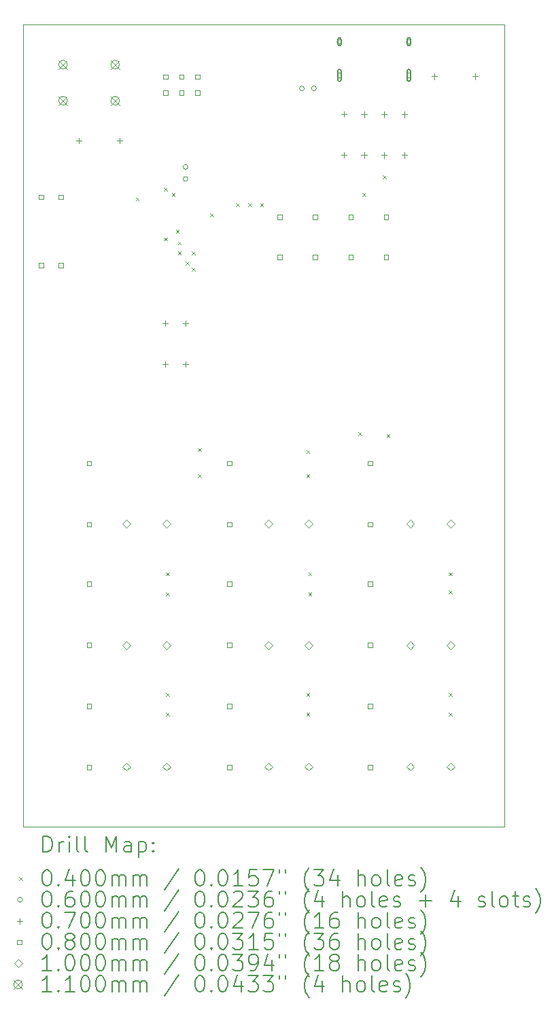
<source format=gbr>
%FSLAX45Y45*%
G04 Gerber Fmt 4.5, Leading zero omitted, Abs format (unit mm)*
G04 Created by KiCad (PCBNEW (6.0.5)) date 2022-08-13 18:20:02*
%MOMM*%
%LPD*%
G01*
G04 APERTURE LIST*
%TA.AperFunction,Profile*%
%ADD10C,0.100000*%
%TD*%
%ADD11C,0.200000*%
%ADD12C,0.040000*%
%ADD13C,0.060000*%
%ADD14C,0.070000*%
%ADD15C,0.080000*%
%ADD16C,0.100000*%
%ADD17C,0.110000*%
G04 APERTURE END LIST*
D10*
X9525000Y-2000000D02*
X3525000Y-2000000D01*
X9525000Y-12000000D02*
X9525000Y-2000000D01*
X3525000Y-2000000D02*
X3525000Y-12000000D01*
X3525000Y-12000000D02*
X9525000Y-12000000D01*
D11*
D12*
X4930000Y-4155000D02*
X4970000Y-4195000D01*
X4970000Y-4155000D02*
X4930000Y-4195000D01*
X5280000Y-4030000D02*
X5320000Y-4070000D01*
X5320000Y-4030000D02*
X5280000Y-4070000D01*
X5280000Y-4655000D02*
X5320000Y-4695000D01*
X5320000Y-4655000D02*
X5280000Y-4695000D01*
X5305000Y-8830000D02*
X5345000Y-8870000D01*
X5345000Y-8830000D02*
X5305000Y-8870000D01*
X5305000Y-9080000D02*
X5345000Y-9120000D01*
X5345000Y-9080000D02*
X5305000Y-9120000D01*
X5305000Y-10330000D02*
X5345000Y-10370000D01*
X5345000Y-10330000D02*
X5305000Y-10370000D01*
X5305000Y-10580000D02*
X5345000Y-10620000D01*
X5345000Y-10580000D02*
X5305000Y-10620000D01*
X5380000Y-4099950D02*
X5420000Y-4139950D01*
X5420000Y-4099950D02*
X5380000Y-4139950D01*
X5430000Y-4555000D02*
X5470000Y-4595000D01*
X5470000Y-4555000D02*
X5430000Y-4595000D01*
X5455000Y-4705000D02*
X5495000Y-4745000D01*
X5495000Y-4705000D02*
X5455000Y-4745000D01*
X5455000Y-4830000D02*
X5495000Y-4870000D01*
X5495000Y-4830000D02*
X5455000Y-4870000D01*
X5555000Y-4955000D02*
X5595000Y-4995000D01*
X5595000Y-4955000D02*
X5555000Y-4995000D01*
X5630000Y-4830000D02*
X5670000Y-4870000D01*
X5670000Y-4830000D02*
X5630000Y-4870000D01*
X5630000Y-5030000D02*
X5670000Y-5070000D01*
X5670000Y-5030000D02*
X5630000Y-5070000D01*
X5705000Y-7280000D02*
X5745000Y-7320000D01*
X5745000Y-7280000D02*
X5705000Y-7320000D01*
X5705000Y-7605000D02*
X5745000Y-7645000D01*
X5745000Y-7605000D02*
X5705000Y-7645000D01*
X5855000Y-4355000D02*
X5895000Y-4395000D01*
X5895000Y-4355000D02*
X5855000Y-4395000D01*
X6180000Y-4230000D02*
X6220000Y-4270000D01*
X6220000Y-4230000D02*
X6180000Y-4270000D01*
X6330000Y-4230000D02*
X6370000Y-4270000D01*
X6370000Y-4230000D02*
X6330000Y-4270000D01*
X6480000Y-4230000D02*
X6520000Y-4270000D01*
X6520000Y-4230000D02*
X6480000Y-4270000D01*
X7055000Y-7305000D02*
X7095000Y-7345000D01*
X7095000Y-7305000D02*
X7055000Y-7345000D01*
X7055000Y-7605000D02*
X7095000Y-7645000D01*
X7095000Y-7605000D02*
X7055000Y-7645000D01*
X7055000Y-10330000D02*
X7095000Y-10370000D01*
X7095000Y-10330000D02*
X7055000Y-10370000D01*
X7055000Y-10580000D02*
X7095000Y-10620000D01*
X7095000Y-10580000D02*
X7055000Y-10620000D01*
X7080000Y-8830000D02*
X7120000Y-8870000D01*
X7120000Y-8830000D02*
X7080000Y-8870000D01*
X7080000Y-9080000D02*
X7120000Y-9120000D01*
X7120000Y-9080000D02*
X7080000Y-9120000D01*
X7705000Y-7080000D02*
X7745000Y-7120000D01*
X7745000Y-7080000D02*
X7705000Y-7120000D01*
X7755000Y-4099950D02*
X7795000Y-4139950D01*
X7795000Y-4099950D02*
X7755000Y-4139950D01*
X8005000Y-3880000D02*
X8045000Y-3920000D01*
X8045000Y-3880000D02*
X8005000Y-3920000D01*
X8055000Y-7105000D02*
X8095000Y-7145000D01*
X8095000Y-7105000D02*
X8055000Y-7145000D01*
X8830000Y-8830000D02*
X8870000Y-8870000D01*
X8870000Y-8830000D02*
X8830000Y-8870000D01*
X8830000Y-9055000D02*
X8870000Y-9095000D01*
X8870000Y-9055000D02*
X8830000Y-9095000D01*
X8830000Y-10330000D02*
X8870000Y-10370000D01*
X8870000Y-10330000D02*
X8830000Y-10370000D01*
X8830000Y-10580000D02*
X8870000Y-10620000D01*
X8870000Y-10580000D02*
X8830000Y-10620000D01*
D13*
X5580000Y-3775000D02*
G75*
G03*
X5580000Y-3775000I-30000J0D01*
G01*
X5580000Y-3925000D02*
G75*
G03*
X5580000Y-3925000I-30000J0D01*
G01*
X7030000Y-2796000D02*
G75*
G03*
X7030000Y-2796000I-30000J0D01*
G01*
X7180000Y-2796000D02*
G75*
G03*
X7180000Y-2796000I-30000J0D01*
G01*
X7498000Y-2216000D02*
G75*
G03*
X7498000Y-2216000I-30000J0D01*
G01*
D11*
X7488000Y-2246000D02*
X7488000Y-2186000D01*
X7448000Y-2246000D02*
X7448000Y-2186000D01*
X7488000Y-2186000D02*
G75*
G03*
X7448000Y-2186000I-20000J0D01*
G01*
X7448000Y-2246000D02*
G75*
G03*
X7488000Y-2246000I20000J0D01*
G01*
D13*
X7498000Y-2634000D02*
G75*
G03*
X7498000Y-2634000I-30000J0D01*
G01*
D11*
X7488000Y-2689000D02*
X7488000Y-2579000D01*
X7448000Y-2689000D02*
X7448000Y-2579000D01*
X7488000Y-2579000D02*
G75*
G03*
X7448000Y-2579000I-20000J0D01*
G01*
X7448000Y-2689000D02*
G75*
G03*
X7488000Y-2689000I20000J0D01*
G01*
D13*
X8362000Y-2216000D02*
G75*
G03*
X8362000Y-2216000I-30000J0D01*
G01*
D11*
X8352000Y-2246000D02*
X8352000Y-2186000D01*
X8312000Y-2246000D02*
X8312000Y-2186000D01*
X8352000Y-2186000D02*
G75*
G03*
X8312000Y-2186000I-20000J0D01*
G01*
X8312000Y-2246000D02*
G75*
G03*
X8352000Y-2246000I20000J0D01*
G01*
D13*
X8362000Y-2634000D02*
G75*
G03*
X8362000Y-2634000I-30000J0D01*
G01*
D11*
X8352000Y-2689000D02*
X8352000Y-2579000D01*
X8312000Y-2689000D02*
X8312000Y-2579000D01*
X8352000Y-2579000D02*
G75*
G03*
X8312000Y-2579000I-20000J0D01*
G01*
X8312000Y-2689000D02*
G75*
G03*
X8352000Y-2689000I20000J0D01*
G01*
D14*
X4225000Y-3415000D02*
X4225000Y-3485000D01*
X4190000Y-3450000D02*
X4260000Y-3450000D01*
X4733000Y-3415000D02*
X4733000Y-3485000D01*
X4698000Y-3450000D02*
X4768000Y-3450000D01*
X5300000Y-5690000D02*
X5300000Y-5760000D01*
X5265000Y-5725000D02*
X5335000Y-5725000D01*
X5300000Y-6198000D02*
X5300000Y-6268000D01*
X5265000Y-6233000D02*
X5335000Y-6233000D01*
X5550000Y-5690000D02*
X5550000Y-5760000D01*
X5515000Y-5725000D02*
X5585000Y-5725000D01*
X5550000Y-6198000D02*
X5550000Y-6268000D01*
X5515000Y-6233000D02*
X5585000Y-6233000D01*
X7525000Y-3082000D02*
X7525000Y-3152000D01*
X7490000Y-3117000D02*
X7560000Y-3117000D01*
X7525000Y-3590000D02*
X7525000Y-3660000D01*
X7490000Y-3625000D02*
X7560000Y-3625000D01*
X7775000Y-3086000D02*
X7775000Y-3156000D01*
X7740000Y-3121000D02*
X7810000Y-3121000D01*
X7775000Y-3594000D02*
X7775000Y-3664000D01*
X7740000Y-3629000D02*
X7810000Y-3629000D01*
X8025000Y-3086000D02*
X8025000Y-3156000D01*
X7990000Y-3121000D02*
X8060000Y-3121000D01*
X8025000Y-3594000D02*
X8025000Y-3664000D01*
X7990000Y-3629000D02*
X8060000Y-3629000D01*
X8275000Y-3086000D02*
X8275000Y-3156000D01*
X8240000Y-3121000D02*
X8310000Y-3121000D01*
X8275000Y-3594000D02*
X8275000Y-3664000D01*
X8240000Y-3629000D02*
X8310000Y-3629000D01*
X8650000Y-2611000D02*
X8650000Y-2681000D01*
X8615000Y-2646000D02*
X8685000Y-2646000D01*
X9158000Y-2611000D02*
X9158000Y-2681000D01*
X9123000Y-2646000D02*
X9193000Y-2646000D01*
D15*
X3778284Y-4178284D02*
X3778284Y-4121715D01*
X3721715Y-4121715D01*
X3721715Y-4178284D01*
X3778284Y-4178284D01*
X3778284Y-5028285D02*
X3778284Y-4971716D01*
X3721715Y-4971716D01*
X3721715Y-5028285D01*
X3778284Y-5028285D01*
X4028284Y-4178284D02*
X4028284Y-4121715D01*
X3971715Y-4121715D01*
X3971715Y-4178284D01*
X4028284Y-4178284D01*
X4028284Y-5028285D02*
X4028284Y-4971716D01*
X3971715Y-4971716D01*
X3971715Y-5028285D01*
X4028284Y-5028285D01*
X4378285Y-7497284D02*
X4378285Y-7440715D01*
X4321716Y-7440715D01*
X4321716Y-7497284D01*
X4378285Y-7497284D01*
X4378285Y-8259284D02*
X4378285Y-8202715D01*
X4321716Y-8202715D01*
X4321716Y-8259284D01*
X4378285Y-8259284D01*
X4378285Y-8997285D02*
X4378285Y-8940716D01*
X4321716Y-8940716D01*
X4321716Y-8997285D01*
X4378285Y-8997285D01*
X4378285Y-9759285D02*
X4378285Y-9702716D01*
X4321716Y-9702716D01*
X4321716Y-9759285D01*
X4378285Y-9759285D01*
X4378285Y-10522285D02*
X4378285Y-10465716D01*
X4321716Y-10465716D01*
X4321716Y-10522285D01*
X4378285Y-10522285D01*
X4378285Y-11284284D02*
X4378285Y-11227715D01*
X4321716Y-11227715D01*
X4321716Y-11284284D01*
X4378285Y-11284284D01*
X5328285Y-2678285D02*
X5328285Y-2621716D01*
X5271716Y-2621716D01*
X5271716Y-2678285D01*
X5328285Y-2678285D01*
X5328285Y-2878284D02*
X5328285Y-2821715D01*
X5271716Y-2821715D01*
X5271716Y-2878284D01*
X5328285Y-2878284D01*
X5528285Y-2678285D02*
X5528285Y-2621716D01*
X5471716Y-2621716D01*
X5471716Y-2678285D01*
X5528285Y-2678285D01*
X5528285Y-2878284D02*
X5528285Y-2821715D01*
X5471716Y-2821715D01*
X5471716Y-2878284D01*
X5528285Y-2878284D01*
X5728284Y-2678285D02*
X5728284Y-2621716D01*
X5671715Y-2621716D01*
X5671715Y-2678285D01*
X5728284Y-2678285D01*
X5728284Y-2878284D02*
X5728284Y-2821715D01*
X5671715Y-2821715D01*
X5671715Y-2878284D01*
X5728284Y-2878284D01*
X6128284Y-7497284D02*
X6128284Y-7440715D01*
X6071715Y-7440715D01*
X6071715Y-7497284D01*
X6128284Y-7497284D01*
X6128284Y-8259284D02*
X6128284Y-8202715D01*
X6071715Y-8202715D01*
X6071715Y-8259284D01*
X6128284Y-8259284D01*
X6128284Y-8997285D02*
X6128284Y-8940716D01*
X6071715Y-8940716D01*
X6071715Y-8997285D01*
X6128284Y-8997285D01*
X6128284Y-9759285D02*
X6128284Y-9702716D01*
X6071715Y-9702716D01*
X6071715Y-9759285D01*
X6128284Y-9759285D01*
X6128284Y-10522285D02*
X6128284Y-10465716D01*
X6071715Y-10465716D01*
X6071715Y-10522285D01*
X6128284Y-10522285D01*
X6128284Y-11284284D02*
X6128284Y-11227715D01*
X6071715Y-11227715D01*
X6071715Y-11284284D01*
X6128284Y-11284284D01*
X6753284Y-4428285D02*
X6753284Y-4371716D01*
X6696715Y-4371716D01*
X6696715Y-4428285D01*
X6753284Y-4428285D01*
X6753284Y-4928285D02*
X6753284Y-4871716D01*
X6696715Y-4871716D01*
X6696715Y-4928285D01*
X6753284Y-4928285D01*
X7194951Y-4428285D02*
X7194951Y-4371716D01*
X7138382Y-4371716D01*
X7138382Y-4428285D01*
X7194951Y-4428285D01*
X7194951Y-4928285D02*
X7194951Y-4871716D01*
X7138382Y-4871716D01*
X7138382Y-4928285D01*
X7194951Y-4928285D01*
X7636618Y-4428285D02*
X7636618Y-4371716D01*
X7580049Y-4371716D01*
X7580049Y-4428285D01*
X7636618Y-4428285D01*
X7636618Y-4928285D02*
X7636618Y-4871716D01*
X7580049Y-4871716D01*
X7580049Y-4928285D01*
X7636618Y-4928285D01*
X7878284Y-7497284D02*
X7878284Y-7440715D01*
X7821715Y-7440715D01*
X7821715Y-7497284D01*
X7878284Y-7497284D01*
X7878284Y-8259284D02*
X7878284Y-8202715D01*
X7821715Y-8202715D01*
X7821715Y-8259284D01*
X7878284Y-8259284D01*
X7878284Y-8997285D02*
X7878284Y-8940716D01*
X7821715Y-8940716D01*
X7821715Y-8997285D01*
X7878284Y-8997285D01*
X7878284Y-9759285D02*
X7878284Y-9702716D01*
X7821715Y-9702716D01*
X7821715Y-9759285D01*
X7878284Y-9759285D01*
X7878284Y-10522285D02*
X7878284Y-10465716D01*
X7821715Y-10465716D01*
X7821715Y-10522285D01*
X7878284Y-10522285D01*
X7878284Y-11284284D02*
X7878284Y-11227715D01*
X7821715Y-11227715D01*
X7821715Y-11284284D01*
X7878284Y-11284284D01*
X8078284Y-4428285D02*
X8078284Y-4371716D01*
X8021715Y-4371716D01*
X8021715Y-4428285D01*
X8078284Y-4428285D01*
X8078284Y-4928285D02*
X8078284Y-4871716D01*
X8021715Y-4871716D01*
X8021715Y-4928285D01*
X8078284Y-4928285D01*
D16*
X4814560Y-8275000D02*
X4864560Y-8225000D01*
X4814560Y-8175000D01*
X4764560Y-8225000D01*
X4814560Y-8275000D01*
X4814560Y-9787500D02*
X4864560Y-9737500D01*
X4814560Y-9687500D01*
X4764560Y-9737500D01*
X4814560Y-9787500D01*
X4814560Y-11300000D02*
X4864560Y-11250000D01*
X4814560Y-11200000D01*
X4764560Y-11250000D01*
X4814560Y-11300000D01*
X5314940Y-8275000D02*
X5364940Y-8225000D01*
X5314940Y-8175000D01*
X5264940Y-8225000D01*
X5314940Y-8275000D01*
X5314940Y-9787500D02*
X5364940Y-9737500D01*
X5314940Y-9687500D01*
X5264940Y-9737500D01*
X5314940Y-9787500D01*
X5314940Y-11300000D02*
X5364940Y-11250000D01*
X5314940Y-11200000D01*
X5264940Y-11250000D01*
X5314940Y-11300000D01*
X6582185Y-8275000D02*
X6632185Y-8225000D01*
X6582185Y-8175000D01*
X6532185Y-8225000D01*
X6582185Y-8275000D01*
X6582185Y-9787500D02*
X6632185Y-9737500D01*
X6582185Y-9687500D01*
X6532185Y-9737500D01*
X6582185Y-9787500D01*
X6582185Y-11300000D02*
X6632185Y-11250000D01*
X6582185Y-11200000D01*
X6532185Y-11250000D01*
X6582185Y-11300000D01*
X7082565Y-8275000D02*
X7132565Y-8225000D01*
X7082565Y-8175000D01*
X7032565Y-8225000D01*
X7082565Y-8275000D01*
X7082565Y-9787500D02*
X7132565Y-9737500D01*
X7082565Y-9687500D01*
X7032565Y-9737500D01*
X7082565Y-9787500D01*
X7082565Y-11300000D02*
X7132565Y-11250000D01*
X7082565Y-11200000D01*
X7032565Y-11250000D01*
X7082565Y-11300000D01*
X8349810Y-8275000D02*
X8399810Y-8225000D01*
X8349810Y-8175000D01*
X8299810Y-8225000D01*
X8349810Y-8275000D01*
X8349810Y-9787500D02*
X8399810Y-9737500D01*
X8349810Y-9687500D01*
X8299810Y-9737500D01*
X8349810Y-9787500D01*
X8349810Y-11300000D02*
X8399810Y-11250000D01*
X8349810Y-11200000D01*
X8299810Y-11250000D01*
X8349810Y-11300000D01*
X8850190Y-8275000D02*
X8900190Y-8225000D01*
X8850190Y-8175000D01*
X8800190Y-8225000D01*
X8850190Y-8275000D01*
X8850190Y-9787500D02*
X8900190Y-9737500D01*
X8850190Y-9687500D01*
X8800190Y-9737500D01*
X8850190Y-9787500D01*
X8850190Y-11300000D02*
X8900190Y-11250000D01*
X8850190Y-11200000D01*
X8800190Y-11250000D01*
X8850190Y-11300000D01*
D17*
X3970000Y-2445000D02*
X4080000Y-2555000D01*
X4080000Y-2445000D02*
X3970000Y-2555000D01*
X4080000Y-2500000D02*
G75*
G03*
X4080000Y-2500000I-55000J0D01*
G01*
X3970000Y-2895000D02*
X4080000Y-3005000D01*
X4080000Y-2895000D02*
X3970000Y-3005000D01*
X4080000Y-2950000D02*
G75*
G03*
X4080000Y-2950000I-55000J0D01*
G01*
X4620000Y-2445000D02*
X4730000Y-2555000D01*
X4730000Y-2445000D02*
X4620000Y-2555000D01*
X4730000Y-2500000D02*
G75*
G03*
X4730000Y-2500000I-55000J0D01*
G01*
X4620000Y-2895000D02*
X4730000Y-3005000D01*
X4730000Y-2895000D02*
X4620000Y-3005000D01*
X4730000Y-2950000D02*
G75*
G03*
X4730000Y-2950000I-55000J0D01*
G01*
D11*
X3777619Y-12315476D02*
X3777619Y-12115476D01*
X3825238Y-12115476D01*
X3853809Y-12125000D01*
X3872857Y-12144048D01*
X3882381Y-12163095D01*
X3891905Y-12201190D01*
X3891905Y-12229762D01*
X3882381Y-12267857D01*
X3872857Y-12286905D01*
X3853809Y-12305952D01*
X3825238Y-12315476D01*
X3777619Y-12315476D01*
X3977619Y-12315476D02*
X3977619Y-12182143D01*
X3977619Y-12220238D02*
X3987143Y-12201190D01*
X3996667Y-12191667D01*
X4015714Y-12182143D01*
X4034762Y-12182143D01*
X4101428Y-12315476D02*
X4101428Y-12182143D01*
X4101428Y-12115476D02*
X4091905Y-12125000D01*
X4101428Y-12134524D01*
X4110952Y-12125000D01*
X4101428Y-12115476D01*
X4101428Y-12134524D01*
X4225238Y-12315476D02*
X4206190Y-12305952D01*
X4196667Y-12286905D01*
X4196667Y-12115476D01*
X4330000Y-12315476D02*
X4310952Y-12305952D01*
X4301429Y-12286905D01*
X4301429Y-12115476D01*
X4558571Y-12315476D02*
X4558571Y-12115476D01*
X4625238Y-12258333D01*
X4691905Y-12115476D01*
X4691905Y-12315476D01*
X4872857Y-12315476D02*
X4872857Y-12210714D01*
X4863333Y-12191667D01*
X4844286Y-12182143D01*
X4806190Y-12182143D01*
X4787143Y-12191667D01*
X4872857Y-12305952D02*
X4853810Y-12315476D01*
X4806190Y-12315476D01*
X4787143Y-12305952D01*
X4777619Y-12286905D01*
X4777619Y-12267857D01*
X4787143Y-12248809D01*
X4806190Y-12239286D01*
X4853810Y-12239286D01*
X4872857Y-12229762D01*
X4968095Y-12182143D02*
X4968095Y-12382143D01*
X4968095Y-12191667D02*
X4987143Y-12182143D01*
X5025238Y-12182143D01*
X5044286Y-12191667D01*
X5053810Y-12201190D01*
X5063333Y-12220238D01*
X5063333Y-12277381D01*
X5053810Y-12296428D01*
X5044286Y-12305952D01*
X5025238Y-12315476D01*
X4987143Y-12315476D01*
X4968095Y-12305952D01*
X5149048Y-12296428D02*
X5158571Y-12305952D01*
X5149048Y-12315476D01*
X5139524Y-12305952D01*
X5149048Y-12296428D01*
X5149048Y-12315476D01*
X5149048Y-12191667D02*
X5158571Y-12201190D01*
X5149048Y-12210714D01*
X5139524Y-12201190D01*
X5149048Y-12191667D01*
X5149048Y-12210714D01*
D12*
X3480000Y-12625000D02*
X3520000Y-12665000D01*
X3520000Y-12625000D02*
X3480000Y-12665000D01*
D11*
X3815714Y-12535476D02*
X3834762Y-12535476D01*
X3853809Y-12545000D01*
X3863333Y-12554524D01*
X3872857Y-12573571D01*
X3882381Y-12611667D01*
X3882381Y-12659286D01*
X3872857Y-12697381D01*
X3863333Y-12716428D01*
X3853809Y-12725952D01*
X3834762Y-12735476D01*
X3815714Y-12735476D01*
X3796667Y-12725952D01*
X3787143Y-12716428D01*
X3777619Y-12697381D01*
X3768095Y-12659286D01*
X3768095Y-12611667D01*
X3777619Y-12573571D01*
X3787143Y-12554524D01*
X3796667Y-12545000D01*
X3815714Y-12535476D01*
X3968095Y-12716428D02*
X3977619Y-12725952D01*
X3968095Y-12735476D01*
X3958571Y-12725952D01*
X3968095Y-12716428D01*
X3968095Y-12735476D01*
X4149048Y-12602143D02*
X4149048Y-12735476D01*
X4101428Y-12525952D02*
X4053809Y-12668809D01*
X4177619Y-12668809D01*
X4291905Y-12535476D02*
X4310952Y-12535476D01*
X4330000Y-12545000D01*
X4339524Y-12554524D01*
X4349048Y-12573571D01*
X4358571Y-12611667D01*
X4358571Y-12659286D01*
X4349048Y-12697381D01*
X4339524Y-12716428D01*
X4330000Y-12725952D01*
X4310952Y-12735476D01*
X4291905Y-12735476D01*
X4272857Y-12725952D01*
X4263333Y-12716428D01*
X4253810Y-12697381D01*
X4244286Y-12659286D01*
X4244286Y-12611667D01*
X4253810Y-12573571D01*
X4263333Y-12554524D01*
X4272857Y-12545000D01*
X4291905Y-12535476D01*
X4482381Y-12535476D02*
X4501429Y-12535476D01*
X4520476Y-12545000D01*
X4530000Y-12554524D01*
X4539524Y-12573571D01*
X4549048Y-12611667D01*
X4549048Y-12659286D01*
X4539524Y-12697381D01*
X4530000Y-12716428D01*
X4520476Y-12725952D01*
X4501429Y-12735476D01*
X4482381Y-12735476D01*
X4463333Y-12725952D01*
X4453810Y-12716428D01*
X4444286Y-12697381D01*
X4434762Y-12659286D01*
X4434762Y-12611667D01*
X4444286Y-12573571D01*
X4453810Y-12554524D01*
X4463333Y-12545000D01*
X4482381Y-12535476D01*
X4634762Y-12735476D02*
X4634762Y-12602143D01*
X4634762Y-12621190D02*
X4644286Y-12611667D01*
X4663333Y-12602143D01*
X4691905Y-12602143D01*
X4710952Y-12611667D01*
X4720476Y-12630714D01*
X4720476Y-12735476D01*
X4720476Y-12630714D02*
X4730000Y-12611667D01*
X4749048Y-12602143D01*
X4777619Y-12602143D01*
X4796667Y-12611667D01*
X4806190Y-12630714D01*
X4806190Y-12735476D01*
X4901429Y-12735476D02*
X4901429Y-12602143D01*
X4901429Y-12621190D02*
X4910952Y-12611667D01*
X4930000Y-12602143D01*
X4958571Y-12602143D01*
X4977619Y-12611667D01*
X4987143Y-12630714D01*
X4987143Y-12735476D01*
X4987143Y-12630714D02*
X4996667Y-12611667D01*
X5015714Y-12602143D01*
X5044286Y-12602143D01*
X5063333Y-12611667D01*
X5072857Y-12630714D01*
X5072857Y-12735476D01*
X5463333Y-12525952D02*
X5291905Y-12783095D01*
X5720476Y-12535476D02*
X5739524Y-12535476D01*
X5758571Y-12545000D01*
X5768095Y-12554524D01*
X5777619Y-12573571D01*
X5787143Y-12611667D01*
X5787143Y-12659286D01*
X5777619Y-12697381D01*
X5768095Y-12716428D01*
X5758571Y-12725952D01*
X5739524Y-12735476D01*
X5720476Y-12735476D01*
X5701428Y-12725952D01*
X5691905Y-12716428D01*
X5682381Y-12697381D01*
X5672857Y-12659286D01*
X5672857Y-12611667D01*
X5682381Y-12573571D01*
X5691905Y-12554524D01*
X5701428Y-12545000D01*
X5720476Y-12535476D01*
X5872857Y-12716428D02*
X5882381Y-12725952D01*
X5872857Y-12735476D01*
X5863333Y-12725952D01*
X5872857Y-12716428D01*
X5872857Y-12735476D01*
X6006190Y-12535476D02*
X6025238Y-12535476D01*
X6044286Y-12545000D01*
X6053809Y-12554524D01*
X6063333Y-12573571D01*
X6072857Y-12611667D01*
X6072857Y-12659286D01*
X6063333Y-12697381D01*
X6053809Y-12716428D01*
X6044286Y-12725952D01*
X6025238Y-12735476D01*
X6006190Y-12735476D01*
X5987143Y-12725952D01*
X5977619Y-12716428D01*
X5968095Y-12697381D01*
X5958571Y-12659286D01*
X5958571Y-12611667D01*
X5968095Y-12573571D01*
X5977619Y-12554524D01*
X5987143Y-12545000D01*
X6006190Y-12535476D01*
X6263333Y-12735476D02*
X6149048Y-12735476D01*
X6206190Y-12735476D02*
X6206190Y-12535476D01*
X6187143Y-12564048D01*
X6168095Y-12583095D01*
X6149048Y-12592619D01*
X6444286Y-12535476D02*
X6349048Y-12535476D01*
X6339524Y-12630714D01*
X6349048Y-12621190D01*
X6368095Y-12611667D01*
X6415714Y-12611667D01*
X6434762Y-12621190D01*
X6444286Y-12630714D01*
X6453809Y-12649762D01*
X6453809Y-12697381D01*
X6444286Y-12716428D01*
X6434762Y-12725952D01*
X6415714Y-12735476D01*
X6368095Y-12735476D01*
X6349048Y-12725952D01*
X6339524Y-12716428D01*
X6520476Y-12535476D02*
X6653809Y-12535476D01*
X6568095Y-12735476D01*
X6720476Y-12535476D02*
X6720476Y-12573571D01*
X6796667Y-12535476D02*
X6796667Y-12573571D01*
X7091905Y-12811667D02*
X7082381Y-12802143D01*
X7063333Y-12773571D01*
X7053809Y-12754524D01*
X7044286Y-12725952D01*
X7034762Y-12678333D01*
X7034762Y-12640238D01*
X7044286Y-12592619D01*
X7053809Y-12564048D01*
X7063333Y-12545000D01*
X7082381Y-12516428D01*
X7091905Y-12506905D01*
X7149048Y-12535476D02*
X7272857Y-12535476D01*
X7206190Y-12611667D01*
X7234762Y-12611667D01*
X7253809Y-12621190D01*
X7263333Y-12630714D01*
X7272857Y-12649762D01*
X7272857Y-12697381D01*
X7263333Y-12716428D01*
X7253809Y-12725952D01*
X7234762Y-12735476D01*
X7177619Y-12735476D01*
X7158571Y-12725952D01*
X7149048Y-12716428D01*
X7444286Y-12602143D02*
X7444286Y-12735476D01*
X7396667Y-12525952D02*
X7349048Y-12668809D01*
X7472857Y-12668809D01*
X7701428Y-12735476D02*
X7701428Y-12535476D01*
X7787143Y-12735476D02*
X7787143Y-12630714D01*
X7777619Y-12611667D01*
X7758571Y-12602143D01*
X7730000Y-12602143D01*
X7710952Y-12611667D01*
X7701428Y-12621190D01*
X7910952Y-12735476D02*
X7891905Y-12725952D01*
X7882381Y-12716428D01*
X7872857Y-12697381D01*
X7872857Y-12640238D01*
X7882381Y-12621190D01*
X7891905Y-12611667D01*
X7910952Y-12602143D01*
X7939524Y-12602143D01*
X7958571Y-12611667D01*
X7968095Y-12621190D01*
X7977619Y-12640238D01*
X7977619Y-12697381D01*
X7968095Y-12716428D01*
X7958571Y-12725952D01*
X7939524Y-12735476D01*
X7910952Y-12735476D01*
X8091905Y-12735476D02*
X8072857Y-12725952D01*
X8063333Y-12706905D01*
X8063333Y-12535476D01*
X8244286Y-12725952D02*
X8225238Y-12735476D01*
X8187143Y-12735476D01*
X8168095Y-12725952D01*
X8158571Y-12706905D01*
X8158571Y-12630714D01*
X8168095Y-12611667D01*
X8187143Y-12602143D01*
X8225238Y-12602143D01*
X8244286Y-12611667D01*
X8253809Y-12630714D01*
X8253809Y-12649762D01*
X8158571Y-12668809D01*
X8330000Y-12725952D02*
X8349048Y-12735476D01*
X8387143Y-12735476D01*
X8406190Y-12725952D01*
X8415714Y-12706905D01*
X8415714Y-12697381D01*
X8406190Y-12678333D01*
X8387143Y-12668809D01*
X8358571Y-12668809D01*
X8339524Y-12659286D01*
X8330000Y-12640238D01*
X8330000Y-12630714D01*
X8339524Y-12611667D01*
X8358571Y-12602143D01*
X8387143Y-12602143D01*
X8406190Y-12611667D01*
X8482381Y-12811667D02*
X8491905Y-12802143D01*
X8510952Y-12773571D01*
X8520476Y-12754524D01*
X8530000Y-12725952D01*
X8539524Y-12678333D01*
X8539524Y-12640238D01*
X8530000Y-12592619D01*
X8520476Y-12564048D01*
X8510952Y-12545000D01*
X8491905Y-12516428D01*
X8482381Y-12506905D01*
D13*
X3520000Y-12909000D02*
G75*
G03*
X3520000Y-12909000I-30000J0D01*
G01*
D11*
X3815714Y-12799476D02*
X3834762Y-12799476D01*
X3853809Y-12809000D01*
X3863333Y-12818524D01*
X3872857Y-12837571D01*
X3882381Y-12875667D01*
X3882381Y-12923286D01*
X3872857Y-12961381D01*
X3863333Y-12980428D01*
X3853809Y-12989952D01*
X3834762Y-12999476D01*
X3815714Y-12999476D01*
X3796667Y-12989952D01*
X3787143Y-12980428D01*
X3777619Y-12961381D01*
X3768095Y-12923286D01*
X3768095Y-12875667D01*
X3777619Y-12837571D01*
X3787143Y-12818524D01*
X3796667Y-12809000D01*
X3815714Y-12799476D01*
X3968095Y-12980428D02*
X3977619Y-12989952D01*
X3968095Y-12999476D01*
X3958571Y-12989952D01*
X3968095Y-12980428D01*
X3968095Y-12999476D01*
X4149048Y-12799476D02*
X4110952Y-12799476D01*
X4091905Y-12809000D01*
X4082381Y-12818524D01*
X4063333Y-12847095D01*
X4053809Y-12885190D01*
X4053809Y-12961381D01*
X4063333Y-12980428D01*
X4072857Y-12989952D01*
X4091905Y-12999476D01*
X4130000Y-12999476D01*
X4149048Y-12989952D01*
X4158571Y-12980428D01*
X4168095Y-12961381D01*
X4168095Y-12913762D01*
X4158571Y-12894714D01*
X4149048Y-12885190D01*
X4130000Y-12875667D01*
X4091905Y-12875667D01*
X4072857Y-12885190D01*
X4063333Y-12894714D01*
X4053809Y-12913762D01*
X4291905Y-12799476D02*
X4310952Y-12799476D01*
X4330000Y-12809000D01*
X4339524Y-12818524D01*
X4349048Y-12837571D01*
X4358571Y-12875667D01*
X4358571Y-12923286D01*
X4349048Y-12961381D01*
X4339524Y-12980428D01*
X4330000Y-12989952D01*
X4310952Y-12999476D01*
X4291905Y-12999476D01*
X4272857Y-12989952D01*
X4263333Y-12980428D01*
X4253810Y-12961381D01*
X4244286Y-12923286D01*
X4244286Y-12875667D01*
X4253810Y-12837571D01*
X4263333Y-12818524D01*
X4272857Y-12809000D01*
X4291905Y-12799476D01*
X4482381Y-12799476D02*
X4501429Y-12799476D01*
X4520476Y-12809000D01*
X4530000Y-12818524D01*
X4539524Y-12837571D01*
X4549048Y-12875667D01*
X4549048Y-12923286D01*
X4539524Y-12961381D01*
X4530000Y-12980428D01*
X4520476Y-12989952D01*
X4501429Y-12999476D01*
X4482381Y-12999476D01*
X4463333Y-12989952D01*
X4453810Y-12980428D01*
X4444286Y-12961381D01*
X4434762Y-12923286D01*
X4434762Y-12875667D01*
X4444286Y-12837571D01*
X4453810Y-12818524D01*
X4463333Y-12809000D01*
X4482381Y-12799476D01*
X4634762Y-12999476D02*
X4634762Y-12866143D01*
X4634762Y-12885190D02*
X4644286Y-12875667D01*
X4663333Y-12866143D01*
X4691905Y-12866143D01*
X4710952Y-12875667D01*
X4720476Y-12894714D01*
X4720476Y-12999476D01*
X4720476Y-12894714D02*
X4730000Y-12875667D01*
X4749048Y-12866143D01*
X4777619Y-12866143D01*
X4796667Y-12875667D01*
X4806190Y-12894714D01*
X4806190Y-12999476D01*
X4901429Y-12999476D02*
X4901429Y-12866143D01*
X4901429Y-12885190D02*
X4910952Y-12875667D01*
X4930000Y-12866143D01*
X4958571Y-12866143D01*
X4977619Y-12875667D01*
X4987143Y-12894714D01*
X4987143Y-12999476D01*
X4987143Y-12894714D02*
X4996667Y-12875667D01*
X5015714Y-12866143D01*
X5044286Y-12866143D01*
X5063333Y-12875667D01*
X5072857Y-12894714D01*
X5072857Y-12999476D01*
X5463333Y-12789952D02*
X5291905Y-13047095D01*
X5720476Y-12799476D02*
X5739524Y-12799476D01*
X5758571Y-12809000D01*
X5768095Y-12818524D01*
X5777619Y-12837571D01*
X5787143Y-12875667D01*
X5787143Y-12923286D01*
X5777619Y-12961381D01*
X5768095Y-12980428D01*
X5758571Y-12989952D01*
X5739524Y-12999476D01*
X5720476Y-12999476D01*
X5701428Y-12989952D01*
X5691905Y-12980428D01*
X5682381Y-12961381D01*
X5672857Y-12923286D01*
X5672857Y-12875667D01*
X5682381Y-12837571D01*
X5691905Y-12818524D01*
X5701428Y-12809000D01*
X5720476Y-12799476D01*
X5872857Y-12980428D02*
X5882381Y-12989952D01*
X5872857Y-12999476D01*
X5863333Y-12989952D01*
X5872857Y-12980428D01*
X5872857Y-12999476D01*
X6006190Y-12799476D02*
X6025238Y-12799476D01*
X6044286Y-12809000D01*
X6053809Y-12818524D01*
X6063333Y-12837571D01*
X6072857Y-12875667D01*
X6072857Y-12923286D01*
X6063333Y-12961381D01*
X6053809Y-12980428D01*
X6044286Y-12989952D01*
X6025238Y-12999476D01*
X6006190Y-12999476D01*
X5987143Y-12989952D01*
X5977619Y-12980428D01*
X5968095Y-12961381D01*
X5958571Y-12923286D01*
X5958571Y-12875667D01*
X5968095Y-12837571D01*
X5977619Y-12818524D01*
X5987143Y-12809000D01*
X6006190Y-12799476D01*
X6149048Y-12818524D02*
X6158571Y-12809000D01*
X6177619Y-12799476D01*
X6225238Y-12799476D01*
X6244286Y-12809000D01*
X6253809Y-12818524D01*
X6263333Y-12837571D01*
X6263333Y-12856619D01*
X6253809Y-12885190D01*
X6139524Y-12999476D01*
X6263333Y-12999476D01*
X6330000Y-12799476D02*
X6453809Y-12799476D01*
X6387143Y-12875667D01*
X6415714Y-12875667D01*
X6434762Y-12885190D01*
X6444286Y-12894714D01*
X6453809Y-12913762D01*
X6453809Y-12961381D01*
X6444286Y-12980428D01*
X6434762Y-12989952D01*
X6415714Y-12999476D01*
X6358571Y-12999476D01*
X6339524Y-12989952D01*
X6330000Y-12980428D01*
X6625238Y-12799476D02*
X6587143Y-12799476D01*
X6568095Y-12809000D01*
X6558571Y-12818524D01*
X6539524Y-12847095D01*
X6530000Y-12885190D01*
X6530000Y-12961381D01*
X6539524Y-12980428D01*
X6549048Y-12989952D01*
X6568095Y-12999476D01*
X6606190Y-12999476D01*
X6625238Y-12989952D01*
X6634762Y-12980428D01*
X6644286Y-12961381D01*
X6644286Y-12913762D01*
X6634762Y-12894714D01*
X6625238Y-12885190D01*
X6606190Y-12875667D01*
X6568095Y-12875667D01*
X6549048Y-12885190D01*
X6539524Y-12894714D01*
X6530000Y-12913762D01*
X6720476Y-12799476D02*
X6720476Y-12837571D01*
X6796667Y-12799476D02*
X6796667Y-12837571D01*
X7091905Y-13075667D02*
X7082381Y-13066143D01*
X7063333Y-13037571D01*
X7053809Y-13018524D01*
X7044286Y-12989952D01*
X7034762Y-12942333D01*
X7034762Y-12904238D01*
X7044286Y-12856619D01*
X7053809Y-12828048D01*
X7063333Y-12809000D01*
X7082381Y-12780428D01*
X7091905Y-12770905D01*
X7253809Y-12866143D02*
X7253809Y-12999476D01*
X7206190Y-12789952D02*
X7158571Y-12932809D01*
X7282381Y-12932809D01*
X7510952Y-12999476D02*
X7510952Y-12799476D01*
X7596667Y-12999476D02*
X7596667Y-12894714D01*
X7587143Y-12875667D01*
X7568095Y-12866143D01*
X7539524Y-12866143D01*
X7520476Y-12875667D01*
X7510952Y-12885190D01*
X7720476Y-12999476D02*
X7701428Y-12989952D01*
X7691905Y-12980428D01*
X7682381Y-12961381D01*
X7682381Y-12904238D01*
X7691905Y-12885190D01*
X7701428Y-12875667D01*
X7720476Y-12866143D01*
X7749048Y-12866143D01*
X7768095Y-12875667D01*
X7777619Y-12885190D01*
X7787143Y-12904238D01*
X7787143Y-12961381D01*
X7777619Y-12980428D01*
X7768095Y-12989952D01*
X7749048Y-12999476D01*
X7720476Y-12999476D01*
X7901428Y-12999476D02*
X7882381Y-12989952D01*
X7872857Y-12970905D01*
X7872857Y-12799476D01*
X8053809Y-12989952D02*
X8034762Y-12999476D01*
X7996667Y-12999476D01*
X7977619Y-12989952D01*
X7968095Y-12970905D01*
X7968095Y-12894714D01*
X7977619Y-12875667D01*
X7996667Y-12866143D01*
X8034762Y-12866143D01*
X8053809Y-12875667D01*
X8063333Y-12894714D01*
X8063333Y-12913762D01*
X7968095Y-12932809D01*
X8139524Y-12989952D02*
X8158571Y-12999476D01*
X8196667Y-12999476D01*
X8215714Y-12989952D01*
X8225238Y-12970905D01*
X8225238Y-12961381D01*
X8215714Y-12942333D01*
X8196667Y-12932809D01*
X8168095Y-12932809D01*
X8149048Y-12923286D01*
X8139524Y-12904238D01*
X8139524Y-12894714D01*
X8149048Y-12875667D01*
X8168095Y-12866143D01*
X8196667Y-12866143D01*
X8215714Y-12875667D01*
X8463333Y-12923286D02*
X8615714Y-12923286D01*
X8539524Y-12999476D02*
X8539524Y-12847095D01*
X8949048Y-12866143D02*
X8949048Y-12999476D01*
X8901429Y-12789952D02*
X8853810Y-12932809D01*
X8977619Y-12932809D01*
X9196667Y-12989952D02*
X9215714Y-12999476D01*
X9253810Y-12999476D01*
X9272857Y-12989952D01*
X9282381Y-12970905D01*
X9282381Y-12961381D01*
X9272857Y-12942333D01*
X9253810Y-12932809D01*
X9225238Y-12932809D01*
X9206190Y-12923286D01*
X9196667Y-12904238D01*
X9196667Y-12894714D01*
X9206190Y-12875667D01*
X9225238Y-12866143D01*
X9253810Y-12866143D01*
X9272857Y-12875667D01*
X9396667Y-12999476D02*
X9377619Y-12989952D01*
X9368095Y-12970905D01*
X9368095Y-12799476D01*
X9501429Y-12999476D02*
X9482381Y-12989952D01*
X9472857Y-12980428D01*
X9463333Y-12961381D01*
X9463333Y-12904238D01*
X9472857Y-12885190D01*
X9482381Y-12875667D01*
X9501429Y-12866143D01*
X9530000Y-12866143D01*
X9549048Y-12875667D01*
X9558571Y-12885190D01*
X9568095Y-12904238D01*
X9568095Y-12961381D01*
X9558571Y-12980428D01*
X9549048Y-12989952D01*
X9530000Y-12999476D01*
X9501429Y-12999476D01*
X9625238Y-12866143D02*
X9701429Y-12866143D01*
X9653810Y-12799476D02*
X9653810Y-12970905D01*
X9663333Y-12989952D01*
X9682381Y-12999476D01*
X9701429Y-12999476D01*
X9758571Y-12989952D02*
X9777619Y-12999476D01*
X9815714Y-12999476D01*
X9834762Y-12989952D01*
X9844286Y-12970905D01*
X9844286Y-12961381D01*
X9834762Y-12942333D01*
X9815714Y-12932809D01*
X9787143Y-12932809D01*
X9768095Y-12923286D01*
X9758571Y-12904238D01*
X9758571Y-12894714D01*
X9768095Y-12875667D01*
X9787143Y-12866143D01*
X9815714Y-12866143D01*
X9834762Y-12875667D01*
X9910952Y-13075667D02*
X9920476Y-13066143D01*
X9939524Y-13037571D01*
X9949048Y-13018524D01*
X9958571Y-12989952D01*
X9968095Y-12942333D01*
X9968095Y-12904238D01*
X9958571Y-12856619D01*
X9949048Y-12828048D01*
X9939524Y-12809000D01*
X9920476Y-12780428D01*
X9910952Y-12770905D01*
D14*
X3485000Y-13138000D02*
X3485000Y-13208000D01*
X3450000Y-13173000D02*
X3520000Y-13173000D01*
D11*
X3815714Y-13063476D02*
X3834762Y-13063476D01*
X3853809Y-13073000D01*
X3863333Y-13082524D01*
X3872857Y-13101571D01*
X3882381Y-13139667D01*
X3882381Y-13187286D01*
X3872857Y-13225381D01*
X3863333Y-13244428D01*
X3853809Y-13253952D01*
X3834762Y-13263476D01*
X3815714Y-13263476D01*
X3796667Y-13253952D01*
X3787143Y-13244428D01*
X3777619Y-13225381D01*
X3768095Y-13187286D01*
X3768095Y-13139667D01*
X3777619Y-13101571D01*
X3787143Y-13082524D01*
X3796667Y-13073000D01*
X3815714Y-13063476D01*
X3968095Y-13244428D02*
X3977619Y-13253952D01*
X3968095Y-13263476D01*
X3958571Y-13253952D01*
X3968095Y-13244428D01*
X3968095Y-13263476D01*
X4044286Y-13063476D02*
X4177619Y-13063476D01*
X4091905Y-13263476D01*
X4291905Y-13063476D02*
X4310952Y-13063476D01*
X4330000Y-13073000D01*
X4339524Y-13082524D01*
X4349048Y-13101571D01*
X4358571Y-13139667D01*
X4358571Y-13187286D01*
X4349048Y-13225381D01*
X4339524Y-13244428D01*
X4330000Y-13253952D01*
X4310952Y-13263476D01*
X4291905Y-13263476D01*
X4272857Y-13253952D01*
X4263333Y-13244428D01*
X4253810Y-13225381D01*
X4244286Y-13187286D01*
X4244286Y-13139667D01*
X4253810Y-13101571D01*
X4263333Y-13082524D01*
X4272857Y-13073000D01*
X4291905Y-13063476D01*
X4482381Y-13063476D02*
X4501429Y-13063476D01*
X4520476Y-13073000D01*
X4530000Y-13082524D01*
X4539524Y-13101571D01*
X4549048Y-13139667D01*
X4549048Y-13187286D01*
X4539524Y-13225381D01*
X4530000Y-13244428D01*
X4520476Y-13253952D01*
X4501429Y-13263476D01*
X4482381Y-13263476D01*
X4463333Y-13253952D01*
X4453810Y-13244428D01*
X4444286Y-13225381D01*
X4434762Y-13187286D01*
X4434762Y-13139667D01*
X4444286Y-13101571D01*
X4453810Y-13082524D01*
X4463333Y-13073000D01*
X4482381Y-13063476D01*
X4634762Y-13263476D02*
X4634762Y-13130143D01*
X4634762Y-13149190D02*
X4644286Y-13139667D01*
X4663333Y-13130143D01*
X4691905Y-13130143D01*
X4710952Y-13139667D01*
X4720476Y-13158714D01*
X4720476Y-13263476D01*
X4720476Y-13158714D02*
X4730000Y-13139667D01*
X4749048Y-13130143D01*
X4777619Y-13130143D01*
X4796667Y-13139667D01*
X4806190Y-13158714D01*
X4806190Y-13263476D01*
X4901429Y-13263476D02*
X4901429Y-13130143D01*
X4901429Y-13149190D02*
X4910952Y-13139667D01*
X4930000Y-13130143D01*
X4958571Y-13130143D01*
X4977619Y-13139667D01*
X4987143Y-13158714D01*
X4987143Y-13263476D01*
X4987143Y-13158714D02*
X4996667Y-13139667D01*
X5015714Y-13130143D01*
X5044286Y-13130143D01*
X5063333Y-13139667D01*
X5072857Y-13158714D01*
X5072857Y-13263476D01*
X5463333Y-13053952D02*
X5291905Y-13311095D01*
X5720476Y-13063476D02*
X5739524Y-13063476D01*
X5758571Y-13073000D01*
X5768095Y-13082524D01*
X5777619Y-13101571D01*
X5787143Y-13139667D01*
X5787143Y-13187286D01*
X5777619Y-13225381D01*
X5768095Y-13244428D01*
X5758571Y-13253952D01*
X5739524Y-13263476D01*
X5720476Y-13263476D01*
X5701428Y-13253952D01*
X5691905Y-13244428D01*
X5682381Y-13225381D01*
X5672857Y-13187286D01*
X5672857Y-13139667D01*
X5682381Y-13101571D01*
X5691905Y-13082524D01*
X5701428Y-13073000D01*
X5720476Y-13063476D01*
X5872857Y-13244428D02*
X5882381Y-13253952D01*
X5872857Y-13263476D01*
X5863333Y-13253952D01*
X5872857Y-13244428D01*
X5872857Y-13263476D01*
X6006190Y-13063476D02*
X6025238Y-13063476D01*
X6044286Y-13073000D01*
X6053809Y-13082524D01*
X6063333Y-13101571D01*
X6072857Y-13139667D01*
X6072857Y-13187286D01*
X6063333Y-13225381D01*
X6053809Y-13244428D01*
X6044286Y-13253952D01*
X6025238Y-13263476D01*
X6006190Y-13263476D01*
X5987143Y-13253952D01*
X5977619Y-13244428D01*
X5968095Y-13225381D01*
X5958571Y-13187286D01*
X5958571Y-13139667D01*
X5968095Y-13101571D01*
X5977619Y-13082524D01*
X5987143Y-13073000D01*
X6006190Y-13063476D01*
X6149048Y-13082524D02*
X6158571Y-13073000D01*
X6177619Y-13063476D01*
X6225238Y-13063476D01*
X6244286Y-13073000D01*
X6253809Y-13082524D01*
X6263333Y-13101571D01*
X6263333Y-13120619D01*
X6253809Y-13149190D01*
X6139524Y-13263476D01*
X6263333Y-13263476D01*
X6330000Y-13063476D02*
X6463333Y-13063476D01*
X6377619Y-13263476D01*
X6625238Y-13063476D02*
X6587143Y-13063476D01*
X6568095Y-13073000D01*
X6558571Y-13082524D01*
X6539524Y-13111095D01*
X6530000Y-13149190D01*
X6530000Y-13225381D01*
X6539524Y-13244428D01*
X6549048Y-13253952D01*
X6568095Y-13263476D01*
X6606190Y-13263476D01*
X6625238Y-13253952D01*
X6634762Y-13244428D01*
X6644286Y-13225381D01*
X6644286Y-13177762D01*
X6634762Y-13158714D01*
X6625238Y-13149190D01*
X6606190Y-13139667D01*
X6568095Y-13139667D01*
X6549048Y-13149190D01*
X6539524Y-13158714D01*
X6530000Y-13177762D01*
X6720476Y-13063476D02*
X6720476Y-13101571D01*
X6796667Y-13063476D02*
X6796667Y-13101571D01*
X7091905Y-13339667D02*
X7082381Y-13330143D01*
X7063333Y-13301571D01*
X7053809Y-13282524D01*
X7044286Y-13253952D01*
X7034762Y-13206333D01*
X7034762Y-13168238D01*
X7044286Y-13120619D01*
X7053809Y-13092048D01*
X7063333Y-13073000D01*
X7082381Y-13044428D01*
X7091905Y-13034905D01*
X7272857Y-13263476D02*
X7158571Y-13263476D01*
X7215714Y-13263476D02*
X7215714Y-13063476D01*
X7196667Y-13092048D01*
X7177619Y-13111095D01*
X7158571Y-13120619D01*
X7444286Y-13063476D02*
X7406190Y-13063476D01*
X7387143Y-13073000D01*
X7377619Y-13082524D01*
X7358571Y-13111095D01*
X7349048Y-13149190D01*
X7349048Y-13225381D01*
X7358571Y-13244428D01*
X7368095Y-13253952D01*
X7387143Y-13263476D01*
X7425238Y-13263476D01*
X7444286Y-13253952D01*
X7453809Y-13244428D01*
X7463333Y-13225381D01*
X7463333Y-13177762D01*
X7453809Y-13158714D01*
X7444286Y-13149190D01*
X7425238Y-13139667D01*
X7387143Y-13139667D01*
X7368095Y-13149190D01*
X7358571Y-13158714D01*
X7349048Y-13177762D01*
X7701428Y-13263476D02*
X7701428Y-13063476D01*
X7787143Y-13263476D02*
X7787143Y-13158714D01*
X7777619Y-13139667D01*
X7758571Y-13130143D01*
X7730000Y-13130143D01*
X7710952Y-13139667D01*
X7701428Y-13149190D01*
X7910952Y-13263476D02*
X7891905Y-13253952D01*
X7882381Y-13244428D01*
X7872857Y-13225381D01*
X7872857Y-13168238D01*
X7882381Y-13149190D01*
X7891905Y-13139667D01*
X7910952Y-13130143D01*
X7939524Y-13130143D01*
X7958571Y-13139667D01*
X7968095Y-13149190D01*
X7977619Y-13168238D01*
X7977619Y-13225381D01*
X7968095Y-13244428D01*
X7958571Y-13253952D01*
X7939524Y-13263476D01*
X7910952Y-13263476D01*
X8091905Y-13263476D02*
X8072857Y-13253952D01*
X8063333Y-13234905D01*
X8063333Y-13063476D01*
X8244286Y-13253952D02*
X8225238Y-13263476D01*
X8187143Y-13263476D01*
X8168095Y-13253952D01*
X8158571Y-13234905D01*
X8158571Y-13158714D01*
X8168095Y-13139667D01*
X8187143Y-13130143D01*
X8225238Y-13130143D01*
X8244286Y-13139667D01*
X8253809Y-13158714D01*
X8253809Y-13177762D01*
X8158571Y-13196809D01*
X8330000Y-13253952D02*
X8349048Y-13263476D01*
X8387143Y-13263476D01*
X8406190Y-13253952D01*
X8415714Y-13234905D01*
X8415714Y-13225381D01*
X8406190Y-13206333D01*
X8387143Y-13196809D01*
X8358571Y-13196809D01*
X8339524Y-13187286D01*
X8330000Y-13168238D01*
X8330000Y-13158714D01*
X8339524Y-13139667D01*
X8358571Y-13130143D01*
X8387143Y-13130143D01*
X8406190Y-13139667D01*
X8482381Y-13339667D02*
X8491905Y-13330143D01*
X8510952Y-13301571D01*
X8520476Y-13282524D01*
X8530000Y-13253952D01*
X8539524Y-13206333D01*
X8539524Y-13168238D01*
X8530000Y-13120619D01*
X8520476Y-13092048D01*
X8510952Y-13073000D01*
X8491905Y-13044428D01*
X8482381Y-13034905D01*
D15*
X3508284Y-13465284D02*
X3508284Y-13408715D01*
X3451715Y-13408715D01*
X3451715Y-13465284D01*
X3508284Y-13465284D01*
D11*
X3815714Y-13327476D02*
X3834762Y-13327476D01*
X3853809Y-13337000D01*
X3863333Y-13346524D01*
X3872857Y-13365571D01*
X3882381Y-13403667D01*
X3882381Y-13451286D01*
X3872857Y-13489381D01*
X3863333Y-13508428D01*
X3853809Y-13517952D01*
X3834762Y-13527476D01*
X3815714Y-13527476D01*
X3796667Y-13517952D01*
X3787143Y-13508428D01*
X3777619Y-13489381D01*
X3768095Y-13451286D01*
X3768095Y-13403667D01*
X3777619Y-13365571D01*
X3787143Y-13346524D01*
X3796667Y-13337000D01*
X3815714Y-13327476D01*
X3968095Y-13508428D02*
X3977619Y-13517952D01*
X3968095Y-13527476D01*
X3958571Y-13517952D01*
X3968095Y-13508428D01*
X3968095Y-13527476D01*
X4091905Y-13413190D02*
X4072857Y-13403667D01*
X4063333Y-13394143D01*
X4053809Y-13375095D01*
X4053809Y-13365571D01*
X4063333Y-13346524D01*
X4072857Y-13337000D01*
X4091905Y-13327476D01*
X4130000Y-13327476D01*
X4149048Y-13337000D01*
X4158571Y-13346524D01*
X4168095Y-13365571D01*
X4168095Y-13375095D01*
X4158571Y-13394143D01*
X4149048Y-13403667D01*
X4130000Y-13413190D01*
X4091905Y-13413190D01*
X4072857Y-13422714D01*
X4063333Y-13432238D01*
X4053809Y-13451286D01*
X4053809Y-13489381D01*
X4063333Y-13508428D01*
X4072857Y-13517952D01*
X4091905Y-13527476D01*
X4130000Y-13527476D01*
X4149048Y-13517952D01*
X4158571Y-13508428D01*
X4168095Y-13489381D01*
X4168095Y-13451286D01*
X4158571Y-13432238D01*
X4149048Y-13422714D01*
X4130000Y-13413190D01*
X4291905Y-13327476D02*
X4310952Y-13327476D01*
X4330000Y-13337000D01*
X4339524Y-13346524D01*
X4349048Y-13365571D01*
X4358571Y-13403667D01*
X4358571Y-13451286D01*
X4349048Y-13489381D01*
X4339524Y-13508428D01*
X4330000Y-13517952D01*
X4310952Y-13527476D01*
X4291905Y-13527476D01*
X4272857Y-13517952D01*
X4263333Y-13508428D01*
X4253810Y-13489381D01*
X4244286Y-13451286D01*
X4244286Y-13403667D01*
X4253810Y-13365571D01*
X4263333Y-13346524D01*
X4272857Y-13337000D01*
X4291905Y-13327476D01*
X4482381Y-13327476D02*
X4501429Y-13327476D01*
X4520476Y-13337000D01*
X4530000Y-13346524D01*
X4539524Y-13365571D01*
X4549048Y-13403667D01*
X4549048Y-13451286D01*
X4539524Y-13489381D01*
X4530000Y-13508428D01*
X4520476Y-13517952D01*
X4501429Y-13527476D01*
X4482381Y-13527476D01*
X4463333Y-13517952D01*
X4453810Y-13508428D01*
X4444286Y-13489381D01*
X4434762Y-13451286D01*
X4434762Y-13403667D01*
X4444286Y-13365571D01*
X4453810Y-13346524D01*
X4463333Y-13337000D01*
X4482381Y-13327476D01*
X4634762Y-13527476D02*
X4634762Y-13394143D01*
X4634762Y-13413190D02*
X4644286Y-13403667D01*
X4663333Y-13394143D01*
X4691905Y-13394143D01*
X4710952Y-13403667D01*
X4720476Y-13422714D01*
X4720476Y-13527476D01*
X4720476Y-13422714D02*
X4730000Y-13403667D01*
X4749048Y-13394143D01*
X4777619Y-13394143D01*
X4796667Y-13403667D01*
X4806190Y-13422714D01*
X4806190Y-13527476D01*
X4901429Y-13527476D02*
X4901429Y-13394143D01*
X4901429Y-13413190D02*
X4910952Y-13403667D01*
X4930000Y-13394143D01*
X4958571Y-13394143D01*
X4977619Y-13403667D01*
X4987143Y-13422714D01*
X4987143Y-13527476D01*
X4987143Y-13422714D02*
X4996667Y-13403667D01*
X5015714Y-13394143D01*
X5044286Y-13394143D01*
X5063333Y-13403667D01*
X5072857Y-13422714D01*
X5072857Y-13527476D01*
X5463333Y-13317952D02*
X5291905Y-13575095D01*
X5720476Y-13327476D02*
X5739524Y-13327476D01*
X5758571Y-13337000D01*
X5768095Y-13346524D01*
X5777619Y-13365571D01*
X5787143Y-13403667D01*
X5787143Y-13451286D01*
X5777619Y-13489381D01*
X5768095Y-13508428D01*
X5758571Y-13517952D01*
X5739524Y-13527476D01*
X5720476Y-13527476D01*
X5701428Y-13517952D01*
X5691905Y-13508428D01*
X5682381Y-13489381D01*
X5672857Y-13451286D01*
X5672857Y-13403667D01*
X5682381Y-13365571D01*
X5691905Y-13346524D01*
X5701428Y-13337000D01*
X5720476Y-13327476D01*
X5872857Y-13508428D02*
X5882381Y-13517952D01*
X5872857Y-13527476D01*
X5863333Y-13517952D01*
X5872857Y-13508428D01*
X5872857Y-13527476D01*
X6006190Y-13327476D02*
X6025238Y-13327476D01*
X6044286Y-13337000D01*
X6053809Y-13346524D01*
X6063333Y-13365571D01*
X6072857Y-13403667D01*
X6072857Y-13451286D01*
X6063333Y-13489381D01*
X6053809Y-13508428D01*
X6044286Y-13517952D01*
X6025238Y-13527476D01*
X6006190Y-13527476D01*
X5987143Y-13517952D01*
X5977619Y-13508428D01*
X5968095Y-13489381D01*
X5958571Y-13451286D01*
X5958571Y-13403667D01*
X5968095Y-13365571D01*
X5977619Y-13346524D01*
X5987143Y-13337000D01*
X6006190Y-13327476D01*
X6139524Y-13327476D02*
X6263333Y-13327476D01*
X6196667Y-13403667D01*
X6225238Y-13403667D01*
X6244286Y-13413190D01*
X6253809Y-13422714D01*
X6263333Y-13441762D01*
X6263333Y-13489381D01*
X6253809Y-13508428D01*
X6244286Y-13517952D01*
X6225238Y-13527476D01*
X6168095Y-13527476D01*
X6149048Y-13517952D01*
X6139524Y-13508428D01*
X6453809Y-13527476D02*
X6339524Y-13527476D01*
X6396667Y-13527476D02*
X6396667Y-13327476D01*
X6377619Y-13356048D01*
X6358571Y-13375095D01*
X6339524Y-13384619D01*
X6634762Y-13327476D02*
X6539524Y-13327476D01*
X6530000Y-13422714D01*
X6539524Y-13413190D01*
X6558571Y-13403667D01*
X6606190Y-13403667D01*
X6625238Y-13413190D01*
X6634762Y-13422714D01*
X6644286Y-13441762D01*
X6644286Y-13489381D01*
X6634762Y-13508428D01*
X6625238Y-13517952D01*
X6606190Y-13527476D01*
X6558571Y-13527476D01*
X6539524Y-13517952D01*
X6530000Y-13508428D01*
X6720476Y-13327476D02*
X6720476Y-13365571D01*
X6796667Y-13327476D02*
X6796667Y-13365571D01*
X7091905Y-13603667D02*
X7082381Y-13594143D01*
X7063333Y-13565571D01*
X7053809Y-13546524D01*
X7044286Y-13517952D01*
X7034762Y-13470333D01*
X7034762Y-13432238D01*
X7044286Y-13384619D01*
X7053809Y-13356048D01*
X7063333Y-13337000D01*
X7082381Y-13308428D01*
X7091905Y-13298905D01*
X7149048Y-13327476D02*
X7272857Y-13327476D01*
X7206190Y-13403667D01*
X7234762Y-13403667D01*
X7253809Y-13413190D01*
X7263333Y-13422714D01*
X7272857Y-13441762D01*
X7272857Y-13489381D01*
X7263333Y-13508428D01*
X7253809Y-13517952D01*
X7234762Y-13527476D01*
X7177619Y-13527476D01*
X7158571Y-13517952D01*
X7149048Y-13508428D01*
X7444286Y-13327476D02*
X7406190Y-13327476D01*
X7387143Y-13337000D01*
X7377619Y-13346524D01*
X7358571Y-13375095D01*
X7349048Y-13413190D01*
X7349048Y-13489381D01*
X7358571Y-13508428D01*
X7368095Y-13517952D01*
X7387143Y-13527476D01*
X7425238Y-13527476D01*
X7444286Y-13517952D01*
X7453809Y-13508428D01*
X7463333Y-13489381D01*
X7463333Y-13441762D01*
X7453809Y-13422714D01*
X7444286Y-13413190D01*
X7425238Y-13403667D01*
X7387143Y-13403667D01*
X7368095Y-13413190D01*
X7358571Y-13422714D01*
X7349048Y-13441762D01*
X7701428Y-13527476D02*
X7701428Y-13327476D01*
X7787143Y-13527476D02*
X7787143Y-13422714D01*
X7777619Y-13403667D01*
X7758571Y-13394143D01*
X7730000Y-13394143D01*
X7710952Y-13403667D01*
X7701428Y-13413190D01*
X7910952Y-13527476D02*
X7891905Y-13517952D01*
X7882381Y-13508428D01*
X7872857Y-13489381D01*
X7872857Y-13432238D01*
X7882381Y-13413190D01*
X7891905Y-13403667D01*
X7910952Y-13394143D01*
X7939524Y-13394143D01*
X7958571Y-13403667D01*
X7968095Y-13413190D01*
X7977619Y-13432238D01*
X7977619Y-13489381D01*
X7968095Y-13508428D01*
X7958571Y-13517952D01*
X7939524Y-13527476D01*
X7910952Y-13527476D01*
X8091905Y-13527476D02*
X8072857Y-13517952D01*
X8063333Y-13498905D01*
X8063333Y-13327476D01*
X8244286Y-13517952D02*
X8225238Y-13527476D01*
X8187143Y-13527476D01*
X8168095Y-13517952D01*
X8158571Y-13498905D01*
X8158571Y-13422714D01*
X8168095Y-13403667D01*
X8187143Y-13394143D01*
X8225238Y-13394143D01*
X8244286Y-13403667D01*
X8253809Y-13422714D01*
X8253809Y-13441762D01*
X8158571Y-13460809D01*
X8330000Y-13517952D02*
X8349048Y-13527476D01*
X8387143Y-13527476D01*
X8406190Y-13517952D01*
X8415714Y-13498905D01*
X8415714Y-13489381D01*
X8406190Y-13470333D01*
X8387143Y-13460809D01*
X8358571Y-13460809D01*
X8339524Y-13451286D01*
X8330000Y-13432238D01*
X8330000Y-13422714D01*
X8339524Y-13403667D01*
X8358571Y-13394143D01*
X8387143Y-13394143D01*
X8406190Y-13403667D01*
X8482381Y-13603667D02*
X8491905Y-13594143D01*
X8510952Y-13565571D01*
X8520476Y-13546524D01*
X8530000Y-13517952D01*
X8539524Y-13470333D01*
X8539524Y-13432238D01*
X8530000Y-13384619D01*
X8520476Y-13356048D01*
X8510952Y-13337000D01*
X8491905Y-13308428D01*
X8482381Y-13298905D01*
D16*
X3470000Y-13751000D02*
X3520000Y-13701000D01*
X3470000Y-13651000D01*
X3420000Y-13701000D01*
X3470000Y-13751000D01*
D11*
X3882381Y-13791476D02*
X3768095Y-13791476D01*
X3825238Y-13791476D02*
X3825238Y-13591476D01*
X3806190Y-13620048D01*
X3787143Y-13639095D01*
X3768095Y-13648619D01*
X3968095Y-13772428D02*
X3977619Y-13781952D01*
X3968095Y-13791476D01*
X3958571Y-13781952D01*
X3968095Y-13772428D01*
X3968095Y-13791476D01*
X4101428Y-13591476D02*
X4120476Y-13591476D01*
X4139524Y-13601000D01*
X4149048Y-13610524D01*
X4158571Y-13629571D01*
X4168095Y-13667667D01*
X4168095Y-13715286D01*
X4158571Y-13753381D01*
X4149048Y-13772428D01*
X4139524Y-13781952D01*
X4120476Y-13791476D01*
X4101428Y-13791476D01*
X4082381Y-13781952D01*
X4072857Y-13772428D01*
X4063333Y-13753381D01*
X4053809Y-13715286D01*
X4053809Y-13667667D01*
X4063333Y-13629571D01*
X4072857Y-13610524D01*
X4082381Y-13601000D01*
X4101428Y-13591476D01*
X4291905Y-13591476D02*
X4310952Y-13591476D01*
X4330000Y-13601000D01*
X4339524Y-13610524D01*
X4349048Y-13629571D01*
X4358571Y-13667667D01*
X4358571Y-13715286D01*
X4349048Y-13753381D01*
X4339524Y-13772428D01*
X4330000Y-13781952D01*
X4310952Y-13791476D01*
X4291905Y-13791476D01*
X4272857Y-13781952D01*
X4263333Y-13772428D01*
X4253810Y-13753381D01*
X4244286Y-13715286D01*
X4244286Y-13667667D01*
X4253810Y-13629571D01*
X4263333Y-13610524D01*
X4272857Y-13601000D01*
X4291905Y-13591476D01*
X4482381Y-13591476D02*
X4501429Y-13591476D01*
X4520476Y-13601000D01*
X4530000Y-13610524D01*
X4539524Y-13629571D01*
X4549048Y-13667667D01*
X4549048Y-13715286D01*
X4539524Y-13753381D01*
X4530000Y-13772428D01*
X4520476Y-13781952D01*
X4501429Y-13791476D01*
X4482381Y-13791476D01*
X4463333Y-13781952D01*
X4453810Y-13772428D01*
X4444286Y-13753381D01*
X4434762Y-13715286D01*
X4434762Y-13667667D01*
X4444286Y-13629571D01*
X4453810Y-13610524D01*
X4463333Y-13601000D01*
X4482381Y-13591476D01*
X4634762Y-13791476D02*
X4634762Y-13658143D01*
X4634762Y-13677190D02*
X4644286Y-13667667D01*
X4663333Y-13658143D01*
X4691905Y-13658143D01*
X4710952Y-13667667D01*
X4720476Y-13686714D01*
X4720476Y-13791476D01*
X4720476Y-13686714D02*
X4730000Y-13667667D01*
X4749048Y-13658143D01*
X4777619Y-13658143D01*
X4796667Y-13667667D01*
X4806190Y-13686714D01*
X4806190Y-13791476D01*
X4901429Y-13791476D02*
X4901429Y-13658143D01*
X4901429Y-13677190D02*
X4910952Y-13667667D01*
X4930000Y-13658143D01*
X4958571Y-13658143D01*
X4977619Y-13667667D01*
X4987143Y-13686714D01*
X4987143Y-13791476D01*
X4987143Y-13686714D02*
X4996667Y-13667667D01*
X5015714Y-13658143D01*
X5044286Y-13658143D01*
X5063333Y-13667667D01*
X5072857Y-13686714D01*
X5072857Y-13791476D01*
X5463333Y-13581952D02*
X5291905Y-13839095D01*
X5720476Y-13591476D02*
X5739524Y-13591476D01*
X5758571Y-13601000D01*
X5768095Y-13610524D01*
X5777619Y-13629571D01*
X5787143Y-13667667D01*
X5787143Y-13715286D01*
X5777619Y-13753381D01*
X5768095Y-13772428D01*
X5758571Y-13781952D01*
X5739524Y-13791476D01*
X5720476Y-13791476D01*
X5701428Y-13781952D01*
X5691905Y-13772428D01*
X5682381Y-13753381D01*
X5672857Y-13715286D01*
X5672857Y-13667667D01*
X5682381Y-13629571D01*
X5691905Y-13610524D01*
X5701428Y-13601000D01*
X5720476Y-13591476D01*
X5872857Y-13772428D02*
X5882381Y-13781952D01*
X5872857Y-13791476D01*
X5863333Y-13781952D01*
X5872857Y-13772428D01*
X5872857Y-13791476D01*
X6006190Y-13591476D02*
X6025238Y-13591476D01*
X6044286Y-13601000D01*
X6053809Y-13610524D01*
X6063333Y-13629571D01*
X6072857Y-13667667D01*
X6072857Y-13715286D01*
X6063333Y-13753381D01*
X6053809Y-13772428D01*
X6044286Y-13781952D01*
X6025238Y-13791476D01*
X6006190Y-13791476D01*
X5987143Y-13781952D01*
X5977619Y-13772428D01*
X5968095Y-13753381D01*
X5958571Y-13715286D01*
X5958571Y-13667667D01*
X5968095Y-13629571D01*
X5977619Y-13610524D01*
X5987143Y-13601000D01*
X6006190Y-13591476D01*
X6139524Y-13591476D02*
X6263333Y-13591476D01*
X6196667Y-13667667D01*
X6225238Y-13667667D01*
X6244286Y-13677190D01*
X6253809Y-13686714D01*
X6263333Y-13705762D01*
X6263333Y-13753381D01*
X6253809Y-13772428D01*
X6244286Y-13781952D01*
X6225238Y-13791476D01*
X6168095Y-13791476D01*
X6149048Y-13781952D01*
X6139524Y-13772428D01*
X6358571Y-13791476D02*
X6396667Y-13791476D01*
X6415714Y-13781952D01*
X6425238Y-13772428D01*
X6444286Y-13743857D01*
X6453809Y-13705762D01*
X6453809Y-13629571D01*
X6444286Y-13610524D01*
X6434762Y-13601000D01*
X6415714Y-13591476D01*
X6377619Y-13591476D01*
X6358571Y-13601000D01*
X6349048Y-13610524D01*
X6339524Y-13629571D01*
X6339524Y-13677190D01*
X6349048Y-13696238D01*
X6358571Y-13705762D01*
X6377619Y-13715286D01*
X6415714Y-13715286D01*
X6434762Y-13705762D01*
X6444286Y-13696238D01*
X6453809Y-13677190D01*
X6625238Y-13658143D02*
X6625238Y-13791476D01*
X6577619Y-13581952D02*
X6530000Y-13724809D01*
X6653809Y-13724809D01*
X6720476Y-13591476D02*
X6720476Y-13629571D01*
X6796667Y-13591476D02*
X6796667Y-13629571D01*
X7091905Y-13867667D02*
X7082381Y-13858143D01*
X7063333Y-13829571D01*
X7053809Y-13810524D01*
X7044286Y-13781952D01*
X7034762Y-13734333D01*
X7034762Y-13696238D01*
X7044286Y-13648619D01*
X7053809Y-13620048D01*
X7063333Y-13601000D01*
X7082381Y-13572428D01*
X7091905Y-13562905D01*
X7272857Y-13791476D02*
X7158571Y-13791476D01*
X7215714Y-13791476D02*
X7215714Y-13591476D01*
X7196667Y-13620048D01*
X7177619Y-13639095D01*
X7158571Y-13648619D01*
X7387143Y-13677190D02*
X7368095Y-13667667D01*
X7358571Y-13658143D01*
X7349048Y-13639095D01*
X7349048Y-13629571D01*
X7358571Y-13610524D01*
X7368095Y-13601000D01*
X7387143Y-13591476D01*
X7425238Y-13591476D01*
X7444286Y-13601000D01*
X7453809Y-13610524D01*
X7463333Y-13629571D01*
X7463333Y-13639095D01*
X7453809Y-13658143D01*
X7444286Y-13667667D01*
X7425238Y-13677190D01*
X7387143Y-13677190D01*
X7368095Y-13686714D01*
X7358571Y-13696238D01*
X7349048Y-13715286D01*
X7349048Y-13753381D01*
X7358571Y-13772428D01*
X7368095Y-13781952D01*
X7387143Y-13791476D01*
X7425238Y-13791476D01*
X7444286Y-13781952D01*
X7453809Y-13772428D01*
X7463333Y-13753381D01*
X7463333Y-13715286D01*
X7453809Y-13696238D01*
X7444286Y-13686714D01*
X7425238Y-13677190D01*
X7701428Y-13791476D02*
X7701428Y-13591476D01*
X7787143Y-13791476D02*
X7787143Y-13686714D01*
X7777619Y-13667667D01*
X7758571Y-13658143D01*
X7730000Y-13658143D01*
X7710952Y-13667667D01*
X7701428Y-13677190D01*
X7910952Y-13791476D02*
X7891905Y-13781952D01*
X7882381Y-13772428D01*
X7872857Y-13753381D01*
X7872857Y-13696238D01*
X7882381Y-13677190D01*
X7891905Y-13667667D01*
X7910952Y-13658143D01*
X7939524Y-13658143D01*
X7958571Y-13667667D01*
X7968095Y-13677190D01*
X7977619Y-13696238D01*
X7977619Y-13753381D01*
X7968095Y-13772428D01*
X7958571Y-13781952D01*
X7939524Y-13791476D01*
X7910952Y-13791476D01*
X8091905Y-13791476D02*
X8072857Y-13781952D01*
X8063333Y-13762905D01*
X8063333Y-13591476D01*
X8244286Y-13781952D02*
X8225238Y-13791476D01*
X8187143Y-13791476D01*
X8168095Y-13781952D01*
X8158571Y-13762905D01*
X8158571Y-13686714D01*
X8168095Y-13667667D01*
X8187143Y-13658143D01*
X8225238Y-13658143D01*
X8244286Y-13667667D01*
X8253809Y-13686714D01*
X8253809Y-13705762D01*
X8158571Y-13724809D01*
X8330000Y-13781952D02*
X8349048Y-13791476D01*
X8387143Y-13791476D01*
X8406190Y-13781952D01*
X8415714Y-13762905D01*
X8415714Y-13753381D01*
X8406190Y-13734333D01*
X8387143Y-13724809D01*
X8358571Y-13724809D01*
X8339524Y-13715286D01*
X8330000Y-13696238D01*
X8330000Y-13686714D01*
X8339524Y-13667667D01*
X8358571Y-13658143D01*
X8387143Y-13658143D01*
X8406190Y-13667667D01*
X8482381Y-13867667D02*
X8491905Y-13858143D01*
X8510952Y-13829571D01*
X8520476Y-13810524D01*
X8530000Y-13781952D01*
X8539524Y-13734333D01*
X8539524Y-13696238D01*
X8530000Y-13648619D01*
X8520476Y-13620048D01*
X8510952Y-13601000D01*
X8491905Y-13572428D01*
X8482381Y-13562905D01*
D17*
X3410000Y-13910000D02*
X3520000Y-14020000D01*
X3520000Y-13910000D02*
X3410000Y-14020000D01*
X3520000Y-13965000D02*
G75*
G03*
X3520000Y-13965000I-55000J0D01*
G01*
D11*
X3882381Y-14055476D02*
X3768095Y-14055476D01*
X3825238Y-14055476D02*
X3825238Y-13855476D01*
X3806190Y-13884048D01*
X3787143Y-13903095D01*
X3768095Y-13912619D01*
X3968095Y-14036428D02*
X3977619Y-14045952D01*
X3968095Y-14055476D01*
X3958571Y-14045952D01*
X3968095Y-14036428D01*
X3968095Y-14055476D01*
X4168095Y-14055476D02*
X4053809Y-14055476D01*
X4110952Y-14055476D02*
X4110952Y-13855476D01*
X4091905Y-13884048D01*
X4072857Y-13903095D01*
X4053809Y-13912619D01*
X4291905Y-13855476D02*
X4310952Y-13855476D01*
X4330000Y-13865000D01*
X4339524Y-13874524D01*
X4349048Y-13893571D01*
X4358571Y-13931667D01*
X4358571Y-13979286D01*
X4349048Y-14017381D01*
X4339524Y-14036428D01*
X4330000Y-14045952D01*
X4310952Y-14055476D01*
X4291905Y-14055476D01*
X4272857Y-14045952D01*
X4263333Y-14036428D01*
X4253810Y-14017381D01*
X4244286Y-13979286D01*
X4244286Y-13931667D01*
X4253810Y-13893571D01*
X4263333Y-13874524D01*
X4272857Y-13865000D01*
X4291905Y-13855476D01*
X4482381Y-13855476D02*
X4501429Y-13855476D01*
X4520476Y-13865000D01*
X4530000Y-13874524D01*
X4539524Y-13893571D01*
X4549048Y-13931667D01*
X4549048Y-13979286D01*
X4539524Y-14017381D01*
X4530000Y-14036428D01*
X4520476Y-14045952D01*
X4501429Y-14055476D01*
X4482381Y-14055476D01*
X4463333Y-14045952D01*
X4453810Y-14036428D01*
X4444286Y-14017381D01*
X4434762Y-13979286D01*
X4434762Y-13931667D01*
X4444286Y-13893571D01*
X4453810Y-13874524D01*
X4463333Y-13865000D01*
X4482381Y-13855476D01*
X4634762Y-14055476D02*
X4634762Y-13922143D01*
X4634762Y-13941190D02*
X4644286Y-13931667D01*
X4663333Y-13922143D01*
X4691905Y-13922143D01*
X4710952Y-13931667D01*
X4720476Y-13950714D01*
X4720476Y-14055476D01*
X4720476Y-13950714D02*
X4730000Y-13931667D01*
X4749048Y-13922143D01*
X4777619Y-13922143D01*
X4796667Y-13931667D01*
X4806190Y-13950714D01*
X4806190Y-14055476D01*
X4901429Y-14055476D02*
X4901429Y-13922143D01*
X4901429Y-13941190D02*
X4910952Y-13931667D01*
X4930000Y-13922143D01*
X4958571Y-13922143D01*
X4977619Y-13931667D01*
X4987143Y-13950714D01*
X4987143Y-14055476D01*
X4987143Y-13950714D02*
X4996667Y-13931667D01*
X5015714Y-13922143D01*
X5044286Y-13922143D01*
X5063333Y-13931667D01*
X5072857Y-13950714D01*
X5072857Y-14055476D01*
X5463333Y-13845952D02*
X5291905Y-14103095D01*
X5720476Y-13855476D02*
X5739524Y-13855476D01*
X5758571Y-13865000D01*
X5768095Y-13874524D01*
X5777619Y-13893571D01*
X5787143Y-13931667D01*
X5787143Y-13979286D01*
X5777619Y-14017381D01*
X5768095Y-14036428D01*
X5758571Y-14045952D01*
X5739524Y-14055476D01*
X5720476Y-14055476D01*
X5701428Y-14045952D01*
X5691905Y-14036428D01*
X5682381Y-14017381D01*
X5672857Y-13979286D01*
X5672857Y-13931667D01*
X5682381Y-13893571D01*
X5691905Y-13874524D01*
X5701428Y-13865000D01*
X5720476Y-13855476D01*
X5872857Y-14036428D02*
X5882381Y-14045952D01*
X5872857Y-14055476D01*
X5863333Y-14045952D01*
X5872857Y-14036428D01*
X5872857Y-14055476D01*
X6006190Y-13855476D02*
X6025238Y-13855476D01*
X6044286Y-13865000D01*
X6053809Y-13874524D01*
X6063333Y-13893571D01*
X6072857Y-13931667D01*
X6072857Y-13979286D01*
X6063333Y-14017381D01*
X6053809Y-14036428D01*
X6044286Y-14045952D01*
X6025238Y-14055476D01*
X6006190Y-14055476D01*
X5987143Y-14045952D01*
X5977619Y-14036428D01*
X5968095Y-14017381D01*
X5958571Y-13979286D01*
X5958571Y-13931667D01*
X5968095Y-13893571D01*
X5977619Y-13874524D01*
X5987143Y-13865000D01*
X6006190Y-13855476D01*
X6244286Y-13922143D02*
X6244286Y-14055476D01*
X6196667Y-13845952D02*
X6149048Y-13988809D01*
X6272857Y-13988809D01*
X6330000Y-13855476D02*
X6453809Y-13855476D01*
X6387143Y-13931667D01*
X6415714Y-13931667D01*
X6434762Y-13941190D01*
X6444286Y-13950714D01*
X6453809Y-13969762D01*
X6453809Y-14017381D01*
X6444286Y-14036428D01*
X6434762Y-14045952D01*
X6415714Y-14055476D01*
X6358571Y-14055476D01*
X6339524Y-14045952D01*
X6330000Y-14036428D01*
X6520476Y-13855476D02*
X6644286Y-13855476D01*
X6577619Y-13931667D01*
X6606190Y-13931667D01*
X6625238Y-13941190D01*
X6634762Y-13950714D01*
X6644286Y-13969762D01*
X6644286Y-14017381D01*
X6634762Y-14036428D01*
X6625238Y-14045952D01*
X6606190Y-14055476D01*
X6549048Y-14055476D01*
X6530000Y-14045952D01*
X6520476Y-14036428D01*
X6720476Y-13855476D02*
X6720476Y-13893571D01*
X6796667Y-13855476D02*
X6796667Y-13893571D01*
X7091905Y-14131667D02*
X7082381Y-14122143D01*
X7063333Y-14093571D01*
X7053809Y-14074524D01*
X7044286Y-14045952D01*
X7034762Y-13998333D01*
X7034762Y-13960238D01*
X7044286Y-13912619D01*
X7053809Y-13884048D01*
X7063333Y-13865000D01*
X7082381Y-13836428D01*
X7091905Y-13826905D01*
X7253809Y-13922143D02*
X7253809Y-14055476D01*
X7206190Y-13845952D02*
X7158571Y-13988809D01*
X7282381Y-13988809D01*
X7510952Y-14055476D02*
X7510952Y-13855476D01*
X7596667Y-14055476D02*
X7596667Y-13950714D01*
X7587143Y-13931667D01*
X7568095Y-13922143D01*
X7539524Y-13922143D01*
X7520476Y-13931667D01*
X7510952Y-13941190D01*
X7720476Y-14055476D02*
X7701428Y-14045952D01*
X7691905Y-14036428D01*
X7682381Y-14017381D01*
X7682381Y-13960238D01*
X7691905Y-13941190D01*
X7701428Y-13931667D01*
X7720476Y-13922143D01*
X7749048Y-13922143D01*
X7768095Y-13931667D01*
X7777619Y-13941190D01*
X7787143Y-13960238D01*
X7787143Y-14017381D01*
X7777619Y-14036428D01*
X7768095Y-14045952D01*
X7749048Y-14055476D01*
X7720476Y-14055476D01*
X7901428Y-14055476D02*
X7882381Y-14045952D01*
X7872857Y-14026905D01*
X7872857Y-13855476D01*
X8053809Y-14045952D02*
X8034762Y-14055476D01*
X7996667Y-14055476D01*
X7977619Y-14045952D01*
X7968095Y-14026905D01*
X7968095Y-13950714D01*
X7977619Y-13931667D01*
X7996667Y-13922143D01*
X8034762Y-13922143D01*
X8053809Y-13931667D01*
X8063333Y-13950714D01*
X8063333Y-13969762D01*
X7968095Y-13988809D01*
X8139524Y-14045952D02*
X8158571Y-14055476D01*
X8196667Y-14055476D01*
X8215714Y-14045952D01*
X8225238Y-14026905D01*
X8225238Y-14017381D01*
X8215714Y-13998333D01*
X8196667Y-13988809D01*
X8168095Y-13988809D01*
X8149048Y-13979286D01*
X8139524Y-13960238D01*
X8139524Y-13950714D01*
X8149048Y-13931667D01*
X8168095Y-13922143D01*
X8196667Y-13922143D01*
X8215714Y-13931667D01*
X8291905Y-14131667D02*
X8301428Y-14122143D01*
X8320476Y-14093571D01*
X8330000Y-14074524D01*
X8339524Y-14045952D01*
X8349048Y-13998333D01*
X8349048Y-13960238D01*
X8339524Y-13912619D01*
X8330000Y-13884048D01*
X8320476Y-13865000D01*
X8301428Y-13836428D01*
X8291905Y-13826905D01*
M02*

</source>
